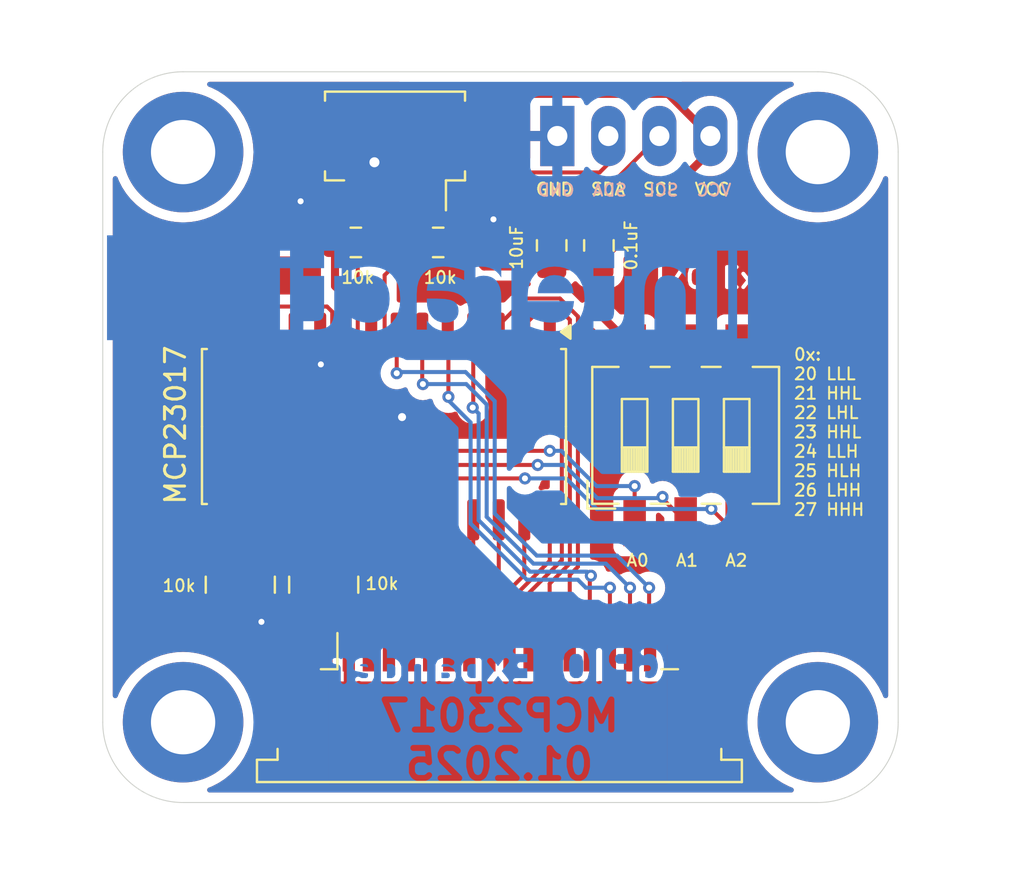
<source format=kicad_pcb>
(kicad_pcb (version 20240108) (generator "pcbnew") (generator_version "8.0")
  (layers (0 "F.Cu" signal) (31 "B.Cu" signal) (34 "B.Paste" user) (35 "F.Paste" user) (36 "B.SilkS" user "B.Silkscreen") (37 "F.SilkS" user "F.Silkscreen") (38 "B.Mask" user) (39 "F.Mask" user) (44 "Edge.Cuts" user))
  (net 0 "")
  (net 1 "VCC")
  (net 2 "GND")
  (net 7 "SW2")
  (net 8 "SW13")
  (net 9 "SW8")
  (net 10 "SW11")
  (net 11 "SW7")
  (net 12 "SW5")
  (net 13 "SW9")
  (net 14 "SW4")
  (net 15 "SW10")
  (net 16 "SW14")
  (net 17 "SW3")
  (net 18 "SW15")
  (net 19 "SW1")
  (net 20 "SW12")
  (net 21 "SW6")
  (net 22 "SDA")
  (net 23 "SCL")
  (net 27 "Net-(RN1-R3.1)")
  (net 28 "Net-(RN1-R2.1)")
  (net 30 "Net-(RN2-R1.2)")
  (net 31 "Net-(RN2-R3.2)")
  (net 32 "Net-(RN2-R2.2)")
  (net 35 "Net-(RN1-R4.1)")
  (footprint "Connector_PinHeader_2.54mm:PinHeader_1x04_P2.54mm_Vertical" (layer "F.Cu") (at 102.365001 69.074998 -90)
    (property "Reference" "J3" (hide yes))
    (property "Value" "PINHD_1x4_Male")
    (pad "1" thru_hole oval (at 0 0 270) (size 3 1.7) (drill 1) (layers "*.Cu" "*.Mask") (net 1 "VCC"))
    (pad "2" thru_hole oval (at -0.000002 2.540004 270) (size 3 1.7) (drill 1) (layers "*.Cu" "*.Mask") (net 23 "SCL"))
    (pad "3" thru_hole oval (at 0 5.08 270) (size 3 1.7) (drill 1) (layers "*.Cu" "*.Mask") (net 22 "SDA"))
    (pad "4" thru_hole rect (at 0 7.62 270) (size 3 1.7) (drill 1) (layers "*.Cu" "*.Mask") (net 2 "GND"))
  )
  (footprint "Capacitor_SMD:C_0805_2012Metric_Pad1.18x1.45mm_HandSolder" (layer "F.Cu") (at 94.465001 74.524998 90)
    (property "Reference" "10uF" (at -0.1 -1.75 -90) (layer "F.SilkS") (effects (font (size 0.6 0.6) (thickness 0.1) (bold yes))))
    (property "Value" "10uF" (hide yes))
    (fp_line (start -0.261251 -0.734999) (end 0.261251 -0.734999) (stroke (width 0.12)) (layer "F.SilkS"))
    (fp_line (start -0.261251 0.734999) (end 0.261251 0.734999) (stroke (width 0.12)) (layer "F.SilkS"))
    (pad "1" smd roundrect (at -1.0375 0 90) (size 1.175 1.45) (layers "F.Cu" "F.Paste" "F.Mask") (roundrect_rratio 0.212766) (net 1 "VCC"))
    (pad "2" smd roundrect (at 1.0375 0 90) (size 1.175 1.45) (layers "F.Cu" "F.Paste" "F.Mask") (roundrect_rratio 0.212766) (net 2 "GND"))
  )
  (footprint "PCM_SL_Mechanical:MountingHole_3.2mm_Pad" (layer "F.Cu") (at 107.715 69.874997 90)
    (property "Reference" "H4" (hide yes))
    (property "Value" "MountingHole_M3_3.2mm_Pad" (hide yes))
    (pad "1" thru_hole circle (at 0 0 90) (size 6 6) (drill 3.2) (layers "*.Cu" "*.Mask"))
  )
  (footprint "Package_SO:SOIC-28W_7.5x17.9mm_P1.27mm" (layer "F.Cu") (at 86.115001 83.545 -90)
    (property "Reference" "MCP23017" (at -0.081 10.381001 90) (layer "F.SilkS"))
    (property "Value" "MCP23017_SO")
    (fp_line (start -3.86 9.06) (end -3.86 8.814998) (stroke (width 0.12)) (layer "F.SilkS"))
    (fp_line (start 0 9.06) (end -3.86 9.06) (stroke (width 0.12)) (layer "F.SilkS"))
    (fp_line (start 0 9.06) (end 3.86 9.06) (stroke (width 0.12)) (layer "F.SilkS"))
    (fp_line (start 3.86 9.06) (end 3.86 8.815) (stroke (width 0.12)) (layer "F.SilkS"))
    (fp_line (start -3.86 -9.06) (end -3.86 -8.815) (stroke (width 0.12)) (layer "F.SilkS"))
    (fp_line (start 0 -9.06) (end -3.86 -9.06) (stroke (width 0.12)) (layer "F.SilkS"))
    (fp_line (start 0 -9.06) (end 3.86 -9.06) (stroke (width 0.12)) (layer "F.SilkS"))
    (fp_line (start 3.86 -9.06) (end 3.86 -8.814998) (stroke (width 0.12)) (layer "F.SilkS"))
    (fp_poly (pts (xy -4.712498 -8.814998) (xy -5.0525 -9.285002) (xy -4.372501 -9.285001) (xy -4.712498 -8.814998)) (stroke (width 0.12)) (fill solid) (layer "F.SilkS"))
    (pad "1" smd roundrect (at -4.650001 -8.255003 270) (size 2.05 0.6) (layers "F.Cu" "F.Paste" "F.Mask") (net 13 "SW9"))
    (pad "2" smd roundrect (at -4.65 -6.985 270) (size 2.05 0.6) (layers "F.Cu" "F.Paste" "F.Mask") (net 15 "SW10"))
    (pad "3" smd roundrect (at -4.649998 -5.715002 270) (size 2.05 0.6) (layers "F.Cu" "F.Paste" "F.Mask") (net 10 "SW11"))
    (pad "4" smd roundrect (at -4.65 -4.445 270) (size 2.05 0.6) (layers "F.Cu" "F.Paste" "F.Mask") (net 20 "SW12"))
    (pad "5" smd roundrect (at -4.65 -3.175 270) (size 2.05 0.6) (layers "F.Cu" "F.Paste" "F.Mask") (net 8 "SW13"))
    (pad "6" smd roundrect (at -4.65 -1.905 270) (size 2.05 0.6) (layers "F.Cu" "F.Paste" "F.Mask") (net 16 "SW14"))
    (pad "7" smd roundrect (at -4.65 -0.635 270) (size 2.05 0.6) (layers "F.Cu" "F.Paste" "F.Mask") (net 18 "SW15"))
    (pad "8" smd roundrect (at -4.65 0.635 270) (size 2.05 0.6) (layers "F.Cu" "F.Paste" "F.Mask"))
    (pad "9" smd roundrect (at -4.649999 1.905001 270) (size 2.05 0.6) (layers "F.Cu" "F.Paste" "F.Mask") (net 1 "VCC"))
    (pad "10" smd roundrect (at -4.650001 3.175 270) (size 2.05 0.6) (layers "F.Cu" "F.Paste" "F.Mask") (net 2 "GND"))
    (pad "11" smd roundrect (at -4.65 4.445 270) (size 2.05 0.6) (layers "F.Cu" "F.Paste" "F.Mask"))
    (pad "12" smd roundrect (at -4.65 5.715 270) (size 2.05 0.6) (layers "F.Cu" "F.Paste" "F.Mask") (net 23 "SCL"))
    (pad "13" smd roundrect (at -4.65 6.985 270) (size 2.05 0.6) (layers "F.Cu" "F.Paste" "F.Mask") (net 22 "SDA"))
    (pad "14" smd roundrect (at -4.649997 8.254998 270) (size 2.05 0.6) (layers "F.Cu" "F.Paste" "F.Mask"))
    (pad "15" smd roundrect (at 4.650001 8.255003 270) (size 2.05 0.6) (layers "F.Cu" "F.Paste" "F.Mask") (net 30 "Net-(RN2-R1.2)"))
    (pad "16" smd roundrect (at 4.65 6.985 270) (size 2.05 0.6) (layers "F.Cu" "F.Paste" "F.Mask") (net 32 "Net-(RN2-R2.2)"))
    (pad "17" smd roundrect (at 4.649998 5.715002 270) (size 2.05 0.6) (layers "F.Cu" "F.Paste" "F.Mask") (net 31 "Net-(RN2-R3.2)"))
    (pad "18" smd roundrect (at 4.65 4.445 270) (size 2.05 0.6) (layers "F.Cu" "F.Paste" "F.Mask") (net 35 "Net-(RN1-R4.1)"))
    (pad "19" smd roundrect (at 4.65 3.175 270) (size 2.05 0.6) (layers "F.Cu" "F.Paste" "F.Mask") (net 28 "Net-(RN1-R2.1)"))
    (pad "20" smd roundrect (at 4.65 1.905 270) (size 2.05 0.6) (layers "F.Cu" "F.Paste" "F.Mask") (net 27 "Net-(RN1-R3.1)"))
    (pad "21" smd roundrect (at 4.65 0.635 270) (size 2.05 0.6) (layers "F.Cu" "F.Paste" "F.Mask") (net 19 "SW1"))
    (pad "22" smd roundrect (at 4.65 -0.635 270) (size 2.05 0.6) (layers "F.Cu" "F.Paste" "F.Mask") (net 7 "SW2"))
    (pad "23" smd roundrect (at 4.649999 -1.905001 270) (size 2.05 0.6) (layers "F.Cu" "F.Paste" "F.Mask") (net 17 "SW3"))
    (pad "24" smd roundrect (at 4.650001 -3.175 270) (size 2.05 0.6) (layers "F.Cu" "F.Paste" "F.Mask") (net 14 "SW4"))
    (pad "25" smd roundrect (at 4.65 -4.445 270) (size 2.05 0.6) (layers "F.Cu" "F.Paste" "F.Mask") (net 12 "SW5"))
    (pad "26" smd roundrect (at 4.65 -5.715 270) (size 2.05 0.6) (layers "F.Cu" "F.Paste" "F.Mask") (net 21 "SW6"))
    (pad "27" smd roundrect (at 4.65 -6.985 270) (size 2.05 0.6) (layers "F.Cu" "F.Paste" "F.Mask") (net 11 "SW7"))
    (pad "28" smd roundrect (at 4.649997 -8.254998 270) (size 2.05 0.6) (layers "F.Cu" "F.Paste" "F.Mask") (net 9 "SW8"))
  )
  (footprint "PCM_SL_Mechanical:MountingHole_3.2mm_Pad" (layer "F.Cu") (at 107.715 98.275 90)
    (property "Reference" "H2" (hide yes))
    (property "Value" "MountingHole_M3_3.2mm_Pad" (hide yes))
    (pad "1" thru_hole circle (at 0 0 90) (size 6 6) (drill 3.2) (layers "*.Cu" "*.Mask"))
  )
  (footprint "Button Switch SMD:SW_DIP_SPSTx03_Slide_6.7x9.18mm_W8.61mm_P2.54mm_LowProfile" (layer "F.Cu") (at 101.134 83.985 90)
    (property "Reference" "SW2" (hide yes))
    (property "Value" "SW_DIP_x03" (hide yes))
    (fp_line (start -3.649998 -4.89) (end -2.266999 -4.889999) (stroke (width 0.12)) (layer "F.SilkS"))
    (fp_line (start -3.649998 -4.89) (end -3.649999 -3.507) (stroke (width 0.12)) (layer "F.SilkS"))
    (fp_line (start 3.41 -4.65) (end 3.41 -3.340001) (stroke (width 0.12)) (layer "F.SilkS"))
    (fp_line (start -3.41 -4.65) (end 3.41 -4.65) (stroke (width 0.12)) (layer "F.SilkS"))
    (fp_line (start -3.41 -4.65) (end -3.41 -3.340001) (stroke (width 0.12)) (layer "F.SilkS"))
    (fp_line (start 1.81 -3.175) (end -1.809999 -3.174999) (stroke (width 0.12)) (layer "F.SilkS"))
    (fp_line (start -0.603332 -3.174999) (end -0.603331 -1.905001) (stroke (width 0.12)) (layer "F.SilkS"))
    (fp_line (start -1.809999 -3.174999) (end -1.81 -1.905002) (stroke (width 0.12)) (layer "F.SilkS"))
    (fp_line (start -1.81 -3.055) (end -0.603333 -3.054999) (stroke (width 0.12)) (layer "F.SilkS"))
    (fp_line (start -1.809999 -2.935) (end -0.603333 -2.935001) (stroke (width 0.12)) (layer "F.SilkS"))
    (fp_line (start -1.809999 -2.815001) (end -0.603333 -2.815) (stroke (width 0.12)) (layer "F.SilkS"))
    (fp_line (start -1.810001 -2.695002) (end -0.603332 -2.694999) (stroke (width 0.12)) (layer "F.SilkS"))
    (fp_line (start -1.81 -2.575) (end -0.603333 -2.575) (stroke (width 0.12)) (layer "F.SilkS"))
    (fp_line (start -1.810002 -2.455) (end -0.603333 -2.455) (stroke (width 0.12)) (layer "F.SilkS"))
    (fp_line (start -1.81 -2.335) (end -0.603333 -2.335) (stroke (width 0.12)) (layer "F.SilkS"))
    (fp_line (start -1.81 -2.215) (end -0.603334 -2.215) (stroke (width 0.12)) (layer "F.SilkS"))
    (fp_line (start -1.81 -2.095) (end -0.603333 -2.095) (stroke (width 0.12)) (layer "F.SilkS"))
    (fp_line (start -1.810001 -1.975) (end -0.603335 -1.975) (stroke (width 0.12)) (layer "F.SilkS"))
    (fp_line (start -1.81 -1.905002) (end 1.81 -1.905) (stroke (width 0.12)) (layer "F.SilkS"))
    (fp_line (start 1.81 -1.905) (end 1.81 -3.175) (stroke (width 0.12)) (layer "F.SilkS"))
    (fp_line (start 3.410002 -1.74) (end 3.410001 -0.8) (stroke (width 0.12)) (layer "F.SilkS"))
    (fp_line (start -3.409999 -1.739999) (end -3.409999 -0.8) (stroke (width 0.12)) (layer "F.SilkS"))
    (fp_line (start 1.81 -0.635) (end -1.81 -0.635) (stroke (width 0.12)) (layer "F.SilkS"))
    (fp_line (start -0.603333 -0.635) (end -0.603333 0.635) (stroke (width 0.12)) (layer "F.SilkS"))
    (fp_line (start -1.81 -0.635) (end -1.81 0.635) (stroke (width 0.12)) (layer "F.SilkS"))
    (fp_line (start -1.810001 -0.515001) (end -0.603334 -0.515001) (stroke (width 0.12)) (layer "F.SilkS"))
    (fp_line (start -1.81 -0.395) (end -0.603331 -0.394997) (stroke (width 0.12)) (layer "F.SilkS"))
    (fp_line (start -1.81 -0.275) (end -0.603332 -0.275) (stroke (width 0.12)) (layer "F.SilkS"))
    (fp_line (start -1.81 -0.155) (end -0.603334 -0.155) (stroke (width 0.12)) (layer "F.SilkS"))
    (fp_line (start -1.809999 -0.035) (end -0.603335 -0.035) (stroke (width 0.12)) (layer "F.SilkS"))
    (fp_line (start -1.81 0.085) (end -0.603334 0.085) (stroke (width 0.12)) (layer "F.SilkS"))
    (fp_line (start -1.809999 0.205002) (end -0.603333 0.205) (stroke (width 0.12)) (layer "F.SilkS"))
    (fp_line (start -1.809999 0.324998) (end -0.603333 0.325) (stroke (width 0.12)) (layer "F.SilkS"))
    (fp_line (start -1.81 0.444998) (end -0.603333 0.445) (stroke (width 0.12)) (layer "F.SilkS"))
    (fp_line (start -1.810002 0.564999) (end -0.603334 0.564997) (stroke (width 0.12)) (layer "F.SilkS"))
    (fp_line (start 1.81 0.635) (end 1.81 -0.635) (stroke (width 0.12)) (layer "F.SilkS"))
    (fp_line (start -1.81 0.635) (end 1.81 0.635) (stroke (width 0.12)) (layer "F.SilkS"))
    (fp_line (start 3.409999 0.8) (end 3.409999 1.739999) (stroke (width 0.12)) (layer "F.SilkS"))
    (fp_line (start -3.410001 0.8) (end -3.410002 1.74) (stroke (width 0.12)) (layer "F.SilkS"))
    (fp_line (start -0.603334 1.905) (end -0.603331 3.175) (stroke (width 0.12)) (layer "F.SilkS"))
    (fp_line (start -1.81 1.905) (end -1.81 3.175) (stroke (width 0.12)) (layer "F.SilkS"))
    (fp_line (start 1.81 1.905002) (end -1.81 1.905) (stroke (width 0.12)) (layer "F.SilkS"))
    (fp_line (start -1.809999 2.024999) (end -0.603332 2.025001) (stroke (width 0.12)) (layer "F.SilkS"))
    (fp_line (start -1.809999 2.145001) (end -0.603333 2.145) (stroke (width 0.12)) (layer "F.SilkS"))
    (fp_line (start -1.81 2.264999) (end -0.603333 2.265) (stroke (width 0.12)) (layer "F.SilkS"))
    (fp_line (start -1.810001 2.384999) (end -0.603332 2.385) (stroke (width 0.12)) (layer "F.SilkS"))
    (fp_line (start -1.810001 2.504999) (end -0.603334 2.505) (stroke (width 0.12)) (layer "F.SilkS"))
    (fp_line (start -1.81 2.625) (end -0.603333 2.625) (stroke (width 0.12)) (layer "F.SilkS"))
    (fp_line (start -1.809998 2.745001) (end -0.603335 2.745) (stroke (width 0.12)) (layer "F.SilkS"))
    (fp_line (start -1.81 2.865) (end -0.603335 2.865) (stroke (width 0.12)) (layer "F.SilkS"))
    (fp_line (start -1.81 2.984998) (end -0.603334 2.985001) (stroke (width 0.12)) (layer "F.SilkS"))
    (fp_line (start -1.81 3.105) (end -0.603333 3.105) (stroke (width 0.12)) (layer "F.SilkS"))
    (fp_line (start 1.809999 3.174999) (end 1.81 1.905002) (stroke (width 0.12)) (layer "F.SilkS"))
    (fp_line (start -1.81 3.175) (end 1.809999 3.174999) (stroke (width 0.12)) (layer "F.SilkS"))
    (fp_line (start 3.41 3.340001) (end 3.41 4.65) (stroke (width 0.12)) (layer "F.SilkS"))
    (fp_line (start -3.41 3.340001) (end -3.41 4.65) (stroke (width 0.12)) (layer "F.SilkS"))
    (fp_line (start -3.41 4.65) (end 3.41 4.65) (stroke (width 0.12)) (layer "F.SilkS"))
    (pad "1" smd rect (at -4.305 -2.54 90) (size 2.44 1.12) (layers "F.Cu" "F.Paste" "F.Mask") (net 30 "Net-(RN2-R1.2)"))
    (pad "2" smd rect (at -4.305 0 90) (size 2.44 1.12) (layers "F.Cu" "F.Paste" "F.Mask") (net 32 "Net-(RN2-R2.2)"))
    (pad "3" smd rect (at -4.305 2.54 90) (size 2.44 1.12) (layers "F.Cu" "F.Paste" "F.Mask") (net 31 "Net-(RN2-R3.2)"))
    (pad "4" smd rect (at 4.305 2.54 90) (size 2.44 1.12) (layers "F.Cu" "F.Paste" "F.Mask") (net 1 "VCC"))
    (pad "5" smd rect (at 4.305 0 90) (size 2.44 1.12) (layers "F.Cu" "F.Paste" "F.Mask") (net 1 "VCC"))
    (pad "6" smd rect (at 4.305 -2.54 90) (size 2.44 1.12) (layers "F.Cu" "F.Paste" "F.Mask") (net 1 "VCC"))
  )
  (footprint "PCM_SL_Mechanical:MountingHole_3.2mm_Pad" (layer "F.Cu") (at 76.115 98.275 90)
    (property "Reference" "H1" (hide yes))
    (property "Value" "MountingHole_M3_3.2mm_Pad" (hide yes))
    (pad "1" thru_hole circle (at 0 0 90) (size 6 6) (drill 3.2) (layers "*.Cu" "*.Mask"))
  )
  (footprint "PCM_SL_Mechanical:MountingHole_3.2mm_Pad" (layer "F.Cu") (at 76.114999 69.874998 90)
    (property "Reference" "H3" (hide yes))
    (property "Value" "MountingHole_M3_3.2mm_Pad" (hide yes))
    (pad "1" thru_hole circle (at 0 0 90) (size 6 6) (drill 3.2) (layers "*.Cu" "*.Mask"))
  )
  (footprint "Resistor_SMD:R_Array_Concave_4x0603" (layer "F.Cu") (at 83.114999 91.425001 -90)
    (property "Reference" "10k" (at -0.050003 -2.9 180) (layer "F.SilkS") (effects (font (size 0.6 0.6) (thickness 0.1) (bold yes))))
    (property "Value" "R_Pack04")
    (fp_line (start 0.4 1.719998) (end -0.399999 1.719998) (stroke (width 0.12)) (layer "F.SilkS"))
    (fp_line (start 0.399999 -1.719998) (end -0.4 -1.719998) (stroke (width 0.12)) (layer "F.SilkS"))
    (pad "1" smd rect (at -0.849998 -1.200001 270) (size 0.9 0.4) (layers "F.Cu" "F.Paste" "F.Mask"))
    (pad "2" smd rect (at -0.850003 -0.400001 270) (size 0.9 0.4) (layers "F.Cu" "F.Paste" "F.Mask") (net 28 "Net-(RN1-R2.1)"))
    (pad "3" smd rect (at -0.85 0.400001 270) (size 0.9 0.4) (layers "F.Cu" "F.Paste" "F.Mask") (net 27 "Net-(RN1-R3.1)"))
    (pad "4" smd rect (at -0.849997 1.2 270) (size 0.9 0.4) (layers "F.Cu" "F.Paste" "F.Mask") (net 35 "Net-(RN1-R4.1)"))
    (pad "5" smd rect (at 0.849998 1.200001 270) (size 0.9 0.4) (layers "F.Cu" "F.Paste" "F.Mask") (net 1 "VCC"))
    (pad "6" smd rect (at 0.850003 0.400001 270) (size 0.9 0.4) (layers "F.Cu" "F.Paste" "F.Mask") (net 1 "VCC"))
    (pad "7" smd rect (at 0.85 -0.400001 270) (size 0.9 0.4) (layers "F.Cu" "F.Paste" "F.Mask") (net 1 "VCC"))
    (pad "8" smd rect (at 0.849997 -1.2 270) (size 0.9 0.4) (layers "F.Cu" "F.Paste" "F.Mask"))
  )
  (footprint "Connector_Molex:Molex_PicoBlade_53261-0471_1x04-1MP_P1.25mm_Horizontal" (layer "F.Cu") (at 86.665001 69.574998 180)
    (property "Reference" "J2" (hide yes))
    (property "Value" "PINHD_1x4_Male" (hide yes))
    (fp_line (start 3.485001 -1.26) (end 3.485 -1.71) (stroke (width 0.12)) (layer "F.SilkS"))
    (fp_line (start 3.485 2.71) (end 3.485001 2.26) (stroke (width 0.12)) (layer "F.SilkS"))
    (fp_line (start 3.485 -1.71) (end 2.535 -1.709999) (stroke (width 0.12)) (layer "F.SilkS"))
    (fp_line (start -2.535001 -1.71) (end -2.535 -3.2) (stroke (width 0.12)) (layer "F.SilkS"))
    (fp_line (start -3.485 2.260001) (end -3.485001 2.710001) (stroke (width 0.12)) (layer "F.SilkS"))
    (fp_line (start -3.485 -1.26) (end -3.485 -1.71) (stroke (width 0.12)) (layer "F.SilkS"))
    (fp_line (start -3.485 -1.71) (end -2.535001 -1.71) (stroke (width 0.12)) (layer "F.SilkS"))
    (fp_line (start -3.485001 2.710001) (end 3.485 2.71) (stroke (width 0.12)) (layer "F.SilkS"))
    (pad "1" smd roundrect (at -1.875001 -2.4 180) (size 0.8 1.6) (layers "F.Cu" "F.Paste" "F.Mask") (net 1 "VCC"))
    (pad "2" smd roundrect (at -0.624999 -2.4 180) (size 0.8 1.6) (layers "F.Cu" "F.Paste" "F.Mask") (net 23 "SCL"))
    (pad "3" smd roundrect (at 0.625001 -2.399999 180) (size 0.8 1.6) (layers "F.Cu" "F.Paste" "F.Mask") (net 22 "SDA"))
    (pad "4" smd roundrect (at 1.874999 -2.400001 180) (size 0.8 1.6) (layers "F.Cu" "F.Paste" "F.Mask") (net 2 "GND"))
    (pad "MP" smd roundrect (at -4.425 0.5 180) (size 2.1 3) (layers "F.Cu" "F.Paste" "F.Mask") (roundrect_rratio 0.119048))
    (pad "MP" smd roundrect (at 4.425 0.500001 180) (size 2.1 3) (layers "F.Cu" "F.Paste" "F.Mask") (roundrect_rratio 0.119048))
  )
  (footprint "Resistor_SMD:R_Array_Concave_4x0603" (layer "F.Cu") (at 78.962999 91.425001 90)
    (property "Reference" "10k" (at -0.049997 -3.048 0) (layer "F.SilkS") (effects (font (size 0.6 0.6) (thickness 0.1) (bold yes))))
    (property "Value" "R_Pack04")
    (fp_line (start 0.4 -1.72) (end -0.4 -1.72) (stroke (width 0.12)) (layer "F.SilkS"))
    (fp_line (start 0.4 1.72) (end -0.4 1.72) (stroke (width 0.12)) (layer "F.SilkS"))
    (pad "1" smd rect (at -0.849998 -1.199999 90) (size 0.9 0.4) (layers "F.Cu" "F.Paste" "F.Mask") (net 2 "GND"))
    (pad "2" smd rect (at -0.850003 -0.400001 90) (size 0.9 0.4) (layers "F.Cu" "F.Paste" "F.Mask") (net 2 "GND"))
    (pad "3" smd rect (at -0.85 0.400001 90) (size 0.9 0.4) (layers "F.Cu" "F.Paste" "F.Mask") (net 2 "GND"))
    (pad "4" smd rect (at -0.849999 1.200002 90) (size 0.9 0.4) (layers "F.Cu" "F.Paste" "F.Mask"))
    (pad "5" smd rect (at 0.849998 1.199999 90) (size 0.9 0.4) (layers "F.Cu" "F.Paste" "F.Mask"))
    (pad "6" smd rect (at 0.850003 0.400001 90) (size 0.9 0.4) (layers "F.Cu" "F.Paste" "F.Mask") (net 31 "Net-(RN2-R3.2)"))
    (pad "7" smd rect (at 0.85 -0.400001 90) (size 0.9 0.4) (layers "F.Cu" "F.Paste" "F.Mask") (net 32 "Net-(RN2-R2.2)"))
    (pad "8" smd rect (at 0.849999 -1.200002 90) (size 0.9 0.4) (layers "F.Cu" "F.Paste" "F.Mask") (net 30 "Net-(RN2-R1.2)"))
  )
  (footprint "Capacitor_SMD:C_0805_2012Metric_Pad1.18x1.45mm_HandSolder" (layer "F.Cu") (at 96.815001 74.524998 90)
    (property "Reference" "0.1uF" (at 0 1.6 -90) (layer "F.SilkS") (effects (font (size 0.6 0.6) (thickness 0.1) (bold yes))))
    (property "Value" "0.1uF" (hide yes))
    (fp_line (start -0.261251 -0.734999) (end 0.261251 -0.734999) (stroke (width 0.12)) (layer "F.SilkS"))
    (fp_line (start -0.261251 0.734999) (end 0.261251 0.734999) (stroke (width 0.12)) (layer "F.SilkS"))
    (pad "1" smd roundrect (at -1.0375 0 90) (size 1.175 1.45) (layers "F.Cu" "F.Paste" "F.Mask") (roundrect_rratio 0.212766) (net 1 "VCC"))
    (pad "2" smd roundrect (at 1.0375 0 90) (size 1.175 1.45) (layers "F.Cu" "F.Paste" "F.Mask") (roundrect_rratio 0.212766) (net 2 "GND"))
  )
  (footprint "Capacitor_SMD:C_0805_2012Metric_Pad1.18x1.45mm_HandSolder" (layer "F.Cu") (at 84.715001 74.374998 180)
    (property "Reference" "10k" (at -0.1 -1.75 180) (layer "F.SilkS") (effects (font (size 0.6 0.6) (thickness 0.1) (bold yes))))
    (property "Value" "10k")
    (fp_line (start -0.261249 0.735) (end 0.261252 0.735) (stroke (width 0.12)) (layer "F.SilkS"))
    (fp_line (start -0.261252 -0.735) (end 0.261249 -0.735) (stroke (width 0.12)) (layer "F.SilkS"))
    (pad "1" smd roundrect (at -1.0375 0 180) (size 1.175 1.45) (layers "F.Cu" "F.Paste" "F.Mask") (roundrect_rratio 0.212766) (net 22 "SDA"))
    (pad "2" smd roundrect (at 1.0375 0 180) (size 1.175 1.45) (layers "F.Cu" "F.Paste" "F.Mask") (roundrect_rratio 0.212766) (net 1 "VCC"))
  )
  (footprint "Capacitor_SMD:C_0805_2012Metric_Pad1.18x1.45mm_HandSolder" (layer "F.Cu") (at 88.815001 74.374998)
    (property "Reference" "10k" (at 0.1 1.75 0) (layer "F.SilkS") (effects (font (size 0.6 0.6) (thickness 0.1))))
    (property "Value" "10k")
    (fp_line (start -0.261252 -0.735) (end 0.261251 -0.734999) (stroke (width 0.12)) (layer "F.SilkS"))
    (fp_line (start -0.261251 0.734999) (end 0.261252 0.735) (stroke (width 0.12)) (layer "F.SilkS"))
    (pad "1" smd roundrect (at -1.0375 0) (size 1.175 1.45) (layers "F.Cu" "F.Paste" "F.Mask") (roundrect_rratio 0.212766) (net 23 "SCL"))
    (pad "2" smd roundrect (at 1.0375 0) (size 1.175 1.45) (layers "F.Cu" "F.Paste" "F.Mask") (roundrect_rratio 0.212766) (net 1 "VCC"))
  )
  (footprint "Connector_FFC-FPC:TE_1-84952-6_1x16-1MP_P1.0mm_Horizontal" (layer "F.Cu") (at 91.863 96.545)
    (property "Reference" "J1" (hide yes))
    (property "Value" "PINHD_1x16_Male" (hide yes))
    (fp_line (start -12.07 3.600002) (end -11.044998 3.599998) (stroke (width 0.12)) (layer "F.SilkS"))
    (fp_line (start -12.069999 4.710001) (end -12.07 3.600002) (stroke (width 0.12)) (layer "F.SilkS"))
    (fp_line (start -11.044998 3.599998) (end -11.044998 3.06) (stroke (width 0.12)) (layer "F.SilkS"))
    (fp_line (start -8.889999 -0.910001) (end -8.065 -0.91) (stroke (width 0.12)) (layer "F.SilkS"))
    (fp_line (start -8.065 -0.91) (end -8.064999 -2.710002) (stroke (width 0.12)) (layer "F.SilkS"))
    (fp_line (start 8.065 -0.910002) (end 8.890001 -0.910002) (stroke (width 0.12)) (layer "F.SilkS"))
    (fp_line (start 11.044999 3.599997) (end 12.070002 3.599999) (stroke (width 0.12)) (layer "F.SilkS"))
    (fp_line (start 11.045 3.060003) (end 11.044999 3.599997) (stroke (width 0.12)) (layer "F.SilkS"))
    (fp_line (start 12.069997 4.709997) (end -12.069999 4.710001) (stroke (width 0.12)) (layer "F.SilkS"))
    (fp_line (start 12.070002 3.599999) (end 12.069997 4.709997) (stroke (width 0.12)) (layer "F.SilkS"))
    (pad "1" smd rect (at -7.500001 -1.800001) (size 0.61 2) (layers "F.Cu" "F.Paste" "F.Mask") (net 2 "GND"))
    (pad "2" smd rect (at -6.499997 -1.799999) (size 0.61 2) (layers "F.Cu" "F.Paste" "F.Mask") (net 19 "SW1"))
    (pad "3" smd rect (at -5.5 -1.799999) (size 0.61 2) (layers "F.Cu" "F.Paste" "F.Mask") (net 7 "SW2"))
    (pad "4" smd rect (at -4.499999 -1.8) (size 0.61 2) (layers "F.Cu" "F.Paste" "F.Mask") (net 17 "SW3"))
    (pad "5" smd rect (at -3.499999 -1.799999) (size 0.61 2) (layers "F.Cu" "F.Paste" "F.Mask") (net 14 "SW4"))
    (pad "6" smd rect (at -2.499999 -1.800002) (size 0.61 2) (layers "F.Cu" "F.Paste" "F.Mask") (net 12 "SW5"))
    (pad "7" smd rect (at -1.500001 -1.799999) (size 0.61 2) (layers "F.Cu" "F.Paste" "F.Mask") (net 21 "SW6"))
    (pad "8" smd rect (at -0.5 -1.8) (size 0.61 2) (layers "F.Cu" "F.Paste" "F.Mask") (net 11 "SW7"))
    (pad "9" smd rect (at 0.5 -1.8) (size 0.61 2) (layers "F.Cu" "F.Paste" "F.Mask") (net 9 "SW8"))
    (pad "10" smd rect (at 1.5 -1.799998) (size 0.61 2) (layers "F.Cu" "F.Paste" "F.Mask") (net 13 "SW9"))
    (pad "11" smd rect (at 2.5 -1.800002) (size 0.61 2) (layers "F.Cu" "F.Paste" "F.Mask") (net 15 "SW10"))
    (pad "12" smd rect (at 3.500001 -1.799997) (size 0.61 2) (layers "F.Cu" "F.Paste" "F.Mask") (net 10 "SW11"))
    (pad "13" smd rect (at 4.5 -1.8) (size 0.61 2) (layers "F.Cu" "F.Paste" "F.Mask") (net 20 "SW12"))
    (pad "14" smd rect (at 5.500001 -1.799999) (size 0.61 2) (layers "F.Cu" "F.Paste" "F.Mask") (net 8 "SW13"))
    (pad "15" smd rect (at 6.500003 -1.800003) (size 0.61 2) (layers "F.Cu" "F.Paste" "F.Mask") (net 16 "SW14"))
    (pad "16" smd rect (at 7.499999 -1.800003) (size 0.61 2) (layers "F.Cu" "F.Paste" "F.Mask") (net 18 "SW15"))
    (pad "MP" smd rect (at -10.490002 1) (size 2.68 3.6) (layers "F.Cu" "F.Paste" "F.Mask"))
    (pad "MP" smd rect (at 10.490002 0.999999) (size 2.68 3.6) (layers "F.Cu" "F.Paste" "F.Mask"))
  )
  (gr_arc (start 107.715 65.874997) (mid 110.543427 67.04657) (end 111.715 69.874997) (stroke (width 0.05)) (layer "Edge.Cuts"))
  (gr_arc (start 76.115001 102.274998) (mid 73.286574 101.103425) (end 72.115001 98.274998) (stroke (width 0.05)) (layer "Edge.Cuts"))
  (gr_line (start 107.715 65.874997) (end 76.114999 65.874998) (stroke (width 0.05)) (layer "Edge.Cuts"))
  (gr_arc (start 72.114999 69.874998) (mid 73.286572 67.046571) (end 76.114999 65.874998) (stroke (width 0.05)) (layer "Edge.Cuts"))
  (gr_line (start 111.715 98.274998) (end 111.715 69.874997) (stroke (width 0.05)) (layer "Edge.Cuts"))
  (gr_line (start 72.114999 69.874998) (end 72.115001 98.274998) (stroke (width 0.05)) (layer "Edge.Cuts"))
  (gr_arc (start 111.715 98.274998) (mid 110.543428 101.103426) (end 107.715 102.274998) (stroke (width 0.05)) (layer "Edge.Cuts"))
  (gr_line (start 76.115001 102.274998) (end 107.715 102.274998) (stroke (width 0.05)) (layer "Edge.Cuts"))
  (gr_text "I/O Expander\n" (at 109.897 76.733 0) (layer "F.Cu" knockout) (effects (font (size 1 1) (thickness 0.2) (bold yes)) (justify right bottom)))
  (gr_text "GPIO Expander\nMCP23017\n01.2025" (at 91.862999 101.254999 0) (layer "B.Cu" knockout) (effects (font (size 1.5 1.5) (thickness 0.3)) (justify bottom mirror)))
  (gr_text "Interactiles" (at 103.801 79.4 0) (layer "B.Cu" knockout) (effects (font (size 4 4)) (justify left bottom mirror)))
  (gr_text "VCC  SCL  SDA  GND\n" (at 103.465001 72.124998 0) (layer "B.SilkS") (effects (font (size 0.6 0.6) (thickness 0.1) (bold yes)) (justify left bottom mirror)))
  (gr_text "A0   A1   A2" (at 98.134 90.564998 0) (layer "F.SilkS") (effects (font (size 0.6 0.6) (thickness 0.1) (bold yes)) (justify left bottom)))
  (gr_text "GND  SDA  SCL  VCC" (at 93.615001 72.074998 0) (layer "F.SilkS") (effects (font (size 0.6 0.6) (thickness 0.1) (bold yes)) (justify left bottom)))
  (gr_text "0x:\n20 LLL\n21 HHL\n22 LHL\n23 HHL\n24 LLH\n25 HLH\n26 LHH\n27 HHH" (at 106.468 88.036 0) (layer "F.SilkS") (effects (font (size 0.6 0.6) (thickness 0.1) (bold yes)) (justify left bottom)))
  (segment (start 100.265001 66.974998) (end 87.565001 66.974998) (width 0.4) (layer "F.Cu") (net 1))
  (segment (start 88.540002 71.974998) (end 88.540002 73.012499) (width 0.4) (layer "F.Cu") (net 1))
  (segment (start 76.114999 90.274998) (end 77.265001 91.425) (width 0.4) (layer "F.Cu") (net 1))
  (segment (start 80.573034 74.374998) (end 76.114999 78.833033) (width 0.4) (layer "F.Cu") (net 1))
  (segment (start 88.540002 73.012499) (end 89.852501 74.324998) (width 0.4) (layer "F.Cu") (net 1))
  (segment (start 76.114999 78.833033) (end 76.114999 90.274998) (width 0.4) (layer "F.Cu") (net 1))
  (segment (start 83.677501 76.548501) (end 84.21 77.081) (width 0.4) (layer "F.Cu") (net 1))
  (segment (start 94.702501 75.574998) (end 94.715001 75.562498) (width 0.4) (layer "F.Cu") (net 1))
  (segment (start 96.815001 77.901001) (end 98.594 79.68) (width 0.4) (layer "F.Cu") (net 1))
  (segment (start 81.064999 91.425) (end 81.914998 92.274999) (width 0.4) (layer "F.Cu") (net 1))
  (segment (start 102.365001 69.074998) (end 100.265001 66.974998) (width 0.4) (layer "F.Cu") (net 1))
  (segment (start 77.265001 91.425) (end 81.064999 91.425) (width 0.4) (layer "F.Cu") (net 1))
  (segment (start 87.565001 66.974998) (end 83.677501 70.862498) (width 0.4) (layer "F.Cu") (net 1))
  (segment (start 96.815001 75.374998) (end 102.365001 69.824998) (width 0.4) (layer "F.Cu") (net 1))
  (segment (start 88.540002 72.899997) (end 88.540002 71.974998) (width 0.4) (layer "F.Cu") (net 1))
  (segment (start 89.852501 74.324998) (end 91.102501 75.574998) (width 0.4) (layer "F.Cu") (net 1))
  (segment (start 91.102501 75.574998) (end 94.702501 75.574998) (width 0.4) (layer "F.Cu") (net 1))
  (segment (start 83.677501 74.374998) (end 80.573034 74.374998) (width 0.4) (layer "F.Cu") (net 1))
  (segment (start 81.914998 92.274999) (end 83.514998 92.274999) (width 0.4) (layer "F.Cu") (net 1))
  (segment (start 96.815001 75.562498) (end 96.815001 77.901001) (width 0.4) (layer "F.Cu") (net 1))
  (segment (start 83.514998 92.274999) (end 83.515 92.275001) (width 0.4) (layer "F.Cu") (net 1))
  (segment (start 83.677501 74.374998) (end 83.677501 76.548501) (width 0.4) (layer "F.Cu") (net 1))
  (segment (start 94.715001 75.562498) (end 96.815001 75.562498) (width 0.4) (layer "F.Cu") (net 1))
  (segment (start 83.677501 70.862498) (end 83.677501 74.374998) (width 0.4) (layer "F.Cu") (net 1))
  (segment (start 98.594 79.68) (end 103.674 79.68) (width 0.4) (layer "F.Cu") (net 1))
  (segment (start 102.365001 69.824998) (end 102.365001 69.074998) (width 0.4) (layer "F.Cu") (net 1))
  (segment (start 84.21 77.081) (end 84.21 78.895001) (width 0.4) (layer "F.Cu") (net 1))
  (segment (start 96.815001 75.562498) (end 96.815001 75.374998) (width 0.4) (layer "F.Cu") (net 1))
  (segment (start 84.790002 71.232998) (end 84.790002 71.974999) (width 0.6) (layer "F.Cu") (net 2))
  (segment (start 82.973 80.451) (end 82.940001 80.418001) (width 0.2) (layer "F.Cu") (net 2))
  (segment (start 85.64 70.383) (end 84.790002 71.232998) (width 0.6) (layer "F.Cu") (net 2))
  (segment (start 82.940001 80.418001) (end 82.940001 78.894999) (width 0.2) (layer "F.Cu") (net 2))
  (segment (start 79.363 92.622999) (end 79.363 92.275001) (width 0.2) (layer "F.Cu") (net 2))
  (segment (start 80.014999 93.274998) (end 79.363 92.622999) (width 0.4) (layer "F.Cu") (net 2))
  (via (at 80.014999 93.274998) (size 0.6) (drill 0.3) (layers "F.Cu" "B.Cu") (net 2))
  (via (at 82.973 80.451) (size 0.6) (drill 0.3) (layers "F.Cu" "B.Cu") (net 2))
  (via (at 91.565001 73.224998) (size 0.6) (drill 0.3) (layers "F.Cu" "B.Cu") (net 2))
  (via (at 81.965001 72.324998) (size 0.6) (drill 0.3) (layers "F.Cu" "B.Cu") (net 2))
  (via (at 87.014999 83.074998) (size 0.8) (drill 0.4) (layers "F.Cu" "B.Cu") (net 2))
  (via (at 85.64 70.383) (size 1) (drill 0.5) (layers "F.Cu" "B.Cu") (net 2))
  (segment (start 86.363 94.745001) (end 86.363 93.282) (width 0.2) (layer "F.Cu") (net 7))
  (segment (start 86.750001 92.894999) (end 86.750001 88.195) (width 0.2) (layer "F.Cu") (net 7))
  (segment (start 86.363 93.282) (end 86.750001 92.894999) (width 0.2) (layer "F.Cu") (net 7))
  (segment (start 97.363001 91.574998) (end 97.363001 94.745001) (width 0.2) (layer "F.Cu") (net 8))
  (segment (start 89.322999 82.066998) (end 89.323 78.927999) (width 0.2) (layer "F.Cu") (net 8))
  (segment (start 89.323 78.927999) (end 89.290001 78.895) (width 0.2) (layer "F.Cu") (net 8))
  (via (at 97.363001 91.574998) (size 0.6) (drill 0.3) (layers "F.Cu" "B.Cu") (net 8))
  (via (at 89.322999 82.066998) (size 0.6) (drill 0.3) (layers "F.Cu" "B.Cu") (net 8))
  (segment (start 93.224 91.174998) (end 90.427999 88.378996) (width 0.2) (layer "B.Cu") (net 8))
  (segment (start 97.363001 91.574998) (end 96.16647 91.574998) (width 0.2) (layer "B.Cu") (net 8))
  (segment (start 95.76647 91.174998) (end 93.224 91.174998) (width 0.2) (layer "B.Cu") (net 8))
  (segment (start 90.427999 83.345057) (end 89.322999 82.240057) (width 0.2) (layer "B.Cu") (net 8))
  (segment (start 90.427999 88.378996) (end 90.427999 83.345057) (width 0.2) (layer "B.Cu") (net 8))
  (segment (start 96.16647 91.574998) (end 95.76647 91.174998) (width 0.2) (layer "B.Cu") (net 8))
  (segment (start 89.322999 82.240057) (end 89.322999 82.066998) (width 0.2) (layer "B.Cu") (net 8))
  (segment (start 94.369999 90.235058) (end 94.369999 88.194997) (width 0.2) (layer "F.Cu") (net 9))
  (segment (start 92.363 92.242057) (end 94.369999 90.235058) (width 0.2) (layer "F.Cu") (net 9))
  (segment (start 92.363 94.745) (end 92.363 92.242057) (width 0.2) (layer "F.Cu") (net 9))
  (segment (start 95.363001 94.745003) (end 95.363001 90.939113) (width 0.2) (layer "F.Cu") (net 10))
  (segment (start 91.830003 78.499446) (end 91.830003 78.895002) (width 0.2) (layer "F.Cu") (net 10))
  (segment (start 95.769999 78.063756) (end 94.876241 77.169999) (width 0.2) (layer "F.Cu") (net 10))
  (segment (start 95.769999 90.532114) (end 95.769999 78.063756) (width 0.2) (layer "F.Cu") (net 10))
  (segment (start 93.15945 77.169999) (end 91.830003 78.499446) (width 0.2) (layer "F.Cu") (net 10))
  (segment (start 95.363001 90.939113) (end 95.769999 90.532114) (width 0.2) (layer "F.Cu") (net 10))
  (segment (start 94.876241 77.169999) (end 93.15945 77.169999) (width 0.2) (layer "F.Cu") (net 10))
  (segment (start 91.363 94.745) (end 91.363 92.676371) (width 0.2) (layer "F.Cu") (net 11))
  (segment (start 91.363 92.676371) (end 93.100001 90.93937) (width 0.2) (layer "F.Cu") (net 11))
  (segment (start 93.100001 90.93937) (end 93.100001 88.195) (width 0.2) (layer "F.Cu") (net 11))
  (segment (start 90.560001 92.347998) (end 90.560001 88.195) (width 0.2) (layer "F.Cu") (net 12))
  (segment (start 89.363001 93.544998) (end 90.560001 92.347998) (width 0.2) (layer "F.Cu") (net 12))
  (segment (start 89.363001 94.744998) (end 89.363001 93.544998) (width 0.2) (layer "F.Cu") (net 12))
  (segment (start 94.969999 90.200744) (end 94.969999 79.494994) (width 0.2) (layer "F.Cu") (net 13))
  (segment (start 94.969999 79.494994) (end 94.370004 78.894999) (width 0.2) (layer "F.Cu") (net 13))
  (segment (start 93.363 91.807743) (end 94.969999 90.200744) (width 0.2) (layer "F.Cu") (net 13))
  (segment (start 93.363 94.745002) (end 93.363 91.807743) (width 0.2) (layer "F.Cu") (net 13))
  (segment (start 88.363001 94.745001) (end 88.363001 93.979312) (width 0.2) (layer "F.Cu") (net 14))
  (segment (start 89.290001 93.052312) (end 89.290001 88.195001) (width 0.2) (layer "F.Cu") (net 14))
  (segment (start 88.363001 93.979312) (end 89.290001 93.052312) (width 0.2) (layer "F.Cu") (net 14))
  (segment (start 94.710556 77.569999) (end 94.029452 77.569999) (width 0.2) (layer "F.Cu") (net 15))
  (segment (start 93.100001 78.49945) (end 93.100001 78.895) (width 0.2) (layer "F.Cu") (net 15))
  (segment (start 94.363 94.744998) (end 94.363 91.373429) (width 0.2) (layer "F.Cu") (net 15))
  (segment (start 95.369999 78.229442) (end 94.710556 77.569999) (width 0.2) (layer "F.Cu") (net 15))
  (segment (start 95.369999 90.366429) (end 95.369999 78.229442) (width 0.2) (layer "F.Cu") (net 15))
  (segment (start 94.029452 77.569999) (end 93.100001 78.49945) (width 0.2) (layer "F.Cu") (net 15))
  (segment (start 94.363 91.373429) (end 95.369999 90.366429) (width 0.2) (layer "F.Cu") (net 15))
  (segment (start 88.052999 81.431998) (end 88.020001 81.399) (width 0.2) (layer "F.Cu") (net 16))
  (segment (start 88.020001 81.399) (end 88.020001 78.895) (width 0.2) (layer "F.Cu") (net 16))
  (segment (start 98.363003 95.650001) (end 98.363003 94.744997) (width 0.2) (layer "F.Cu") (net 16))
  (segment (start 98.363003 91.574998) (end 98.363003 94.744997) (width 0.2) (layer "F.Cu") (net 16))
  (via (at 88.052999 81.431998) (size 0.6) (drill 0.3) (layers "F.Cu" "B.Cu") (net 16))
  (via (at 98.363003 91.574998) (size 0.6) (drill 0.3) (layers "F.Cu" "B.Cu") (net 16))
  (segment (start 98.363003 91.574998) (end 97.163003 90.374998) (width 0.2) (layer "B.Cu") (net 16))
  (segment (start 90.211999 81.431998) (end 88.052999 81.431998) (width 0.2) (layer "B.Cu") (net 16))
  (segment (start 97.163003 90.374998) (end 93.555371 90.374998) (width 0.2) (layer "B.Cu") (net 16))
  (segment (start 91.227999 82.447998) (end 90.211999 81.431998) (width 0.2) (layer "B.Cu") (net 16))
  (segment (start 91.227999 88.047626) (end 91.227999 82.447998) (width 0.2) (layer "B.Cu") (net 16))
  (segment (start 93.555371 90.374998) (end 91.227999 88.047626) (width 0.2) (layer "B.Cu") (net 16))
  (segment (start 88.020002 92.894998) (end 88.020002 88.194999) (width 0.2) (layer "F.Cu") (net 17))
  (segment (start 87.363001 94.745) (end 87.363001 94.349999) (width 0.2) (layer "F.Cu") (net 17))
  (segment (start 87.418 94.349999) (end 87.418 93.497) (width 0.2) (layer "F.Cu") (net 17))
  (segment (start 87.418 93.497) (end 88.020002 92.894998) (width 0.2) (layer "F.Cu") (net 17))
  (segment (start 87.363001 94.349999) (end 87.418 94.349999) (width 0.2) (layer "F.Cu") (net 17))
  (segment (start 99.314999 93.709999) (end 99.362999 93.757999) (width 0.2) (layer "F.Cu") (net 18))
  (segment (start 99.362999 93.757999) (end 99.362999 94.744997) (width 0.2) (layer "F.Cu") (net 18))
  (segment (start 86.750001 80.891001) (end 86.750001 78.895) (width 0.2) (layer "F.Cu") (net 18))
  (segment (start 99.314999 91.574998) (end 99.314999 93.709999) (width 0.2) (layer "F.Cu") (net 18))
  (via (at 86.750001 80.891001) (size 0.6) (drill 0.3) (layers "F.Cu" "B.Cu") (net 18))
  (via (at 99.314999 91.574998) (size 0.6) (drill 0.3) (layers "F.Cu" "B.Cu") (net 18))
  (segment (start 90.177684 80.831998) (end 86.809004 80.831998) (width 0.2) (layer "B.Cu") (net 18))
  (segment (start 91.627999 87.88194) (end 91.627999 82.282313) (width 0.2) (layer "B.Cu") (net 18))
  (segment (start 86.809004 80.831998) (end 86.750001 80.891001) (width 0.2) (layer "B.Cu") (net 18))
  (segment (start 97.714999 89.974998) (end 93.721057 89.974998) (width 0.2) (layer "B.Cu") (net 18))
  (segment (start 93.721057 89.974998) (end 91.627999 87.88194) (width 0.2) (layer "B.Cu") (net 18))
  (segment (start 99.314999 91.574998) (end 97.714999 89.974998) (width 0.2) (layer "B.Cu") (net 18))
  (segment (start 91.627999 82.282313) (end 90.177684 80.831998) (width 0.2) (layer "B.Cu") (net 18))
  (segment (start 85.480001 88.195) (end 85.480001 94.628003) (width 0.2) (layer "F.Cu") (net 19))
  (segment (start 85.480001 94.628003) (end 85.363003 94.745001) (width 0.2) (layer "F.Cu") (net 19))
  (segment (start 90.533235 82.601764) (end 90.560001 82.574998) (width 0.2) (layer "F.Cu") (net 20))
  (segment (start 96.363 91.026997) (end 96.363 94.745) (width 0.2) (layer "F.Cu") (net 20))
  (segment (start 90.560001 82.574998) (end 90.560001 78.895) (width 0.2) (layer "F.Cu") (net 20))
  (segment (start 96.414999 90.974998) (end 96.363 91.026997) (width 0.2) (layer "F.Cu") (net 20))
  (via (at 96.414999 90.974998) (size 0.6) (drill 0.3) (layers "F.Cu" "B.Cu") (net 20))
  (via (at 90.533235 82.601764) (size 0.6) (drill 0.3) (layers "F.Cu" "B.Cu") (net 20))
  (segment (start 90.827999 88.213311) (end 90.827999 82.896528) (width 0.2) (layer "B.Cu") (net 20))
  (segment (start 93.389686 90.774998) (end 90.827999 88.213311) (width 0.2) (layer "B.Cu") (net 20))
  (segment (start 96.414999 90.974998) (end 96.214999 90.774998) (width 0.2) (layer "B.Cu") (net 20))
  (segment (start 90.827999 82.896528) (end 90.533235 82.601764) (width 0.2) (layer "B.Cu") (net 20))
  (segment (start 96.214999 90.774998) (end 93.389686 90.774998) (width 0.2) (layer "B.Cu") (net 20))
  (segment (start 90.362999 93.110686) (end 91.830001 91.643684) (width 0.2) (layer "F.Cu") (net 21))
  (segment (start 90.362999 94.745001) (end 90.362999 93.110686) (width 0.2) (layer "F.Cu") (net 21))
  (segment (start 91.830001 91.643684) (end 91.830001 88.195) (width 0.2) (layer "F.Cu") (net 21))
  (segment (start 86.965001 70.274998) (end 86.04 71.199999) (width 0.2) (layer "F.Cu") (net 22))
  (segment (start 97.285001 69.074998) (end 97.285001 70.454998) (width 0.2) (layer "F.Cu") (net 22))
  (segment (start 85.752501 74.374998) (end 84.81 75.317499) (width 0.2) (layer "F.Cu") (net 22))
  (segment (start 84.81 75.317499) (end 84.81 79.960553) (width 0.2) (layer "F.Cu") (net 22))
  (segment (start 83.540001 79.890554) (end 83.540001 77.829447) (width 0.2) (layer "F.Cu") (net 22))
  (segment (start 79.130001 78.162999) (end 79.130001 78.895) (width 0.2) (layer "F.Cu") (net 22))
  (segment (start 83.869448 80.220001) (end 83.540001 79.890554) (width 0.2) (layer "F.Cu") (net 22))
  (segment (start 85.752501 72.262496) (end 86.04 71.974997) (width 0.2) (layer "F.Cu") (net 22))
  (segment (start 96.848999 70.891) (end 89.958 70.891) (width 0.2) (layer "F.Cu") (net 22))
  (segment (start 83.280554 77.57) (end 79.723 77.57) (width 0.2) (layer "F.Cu") (net 22))
  (segment (start 86.04 71.199999) (end 86.04 71.974997) (width 0.2) (layer "F.Cu") (net 22))
  (segment (start 79.723 77.57) (end 79.130001 78.162999) (width 0.2) (layer "F.Cu") (net 22))
  (segment (start 89.958 70.891) (end 89.341998 70.274998) (width 0.2) (layer "F.Cu") (net 22))
  (segment (start 85.752501 74.374998) (end 85.752501 72.262496) (width 0.2) (layer "F.Cu") (net 22))
  (segment (start 84.81 79.960553) (end 84.550552 80.220001) (width 0.2) (layer "F.Cu") (net 22))
  (segment (start 83.540001 77.829447) (end 83.280554 77.57) (width 0.2) (layer "F.Cu") (net 22))
  (segment (start 84.550552 80.220001) (end 83.869448 80.220001) (width 0.2) (layer "F.Cu") (net 22))
  (segment (start 89.341998 70.274998) (end 86.965001 70.274998) (width 0.2) (layer "F.Cu") (net 22))
  (segment (start 97.285001 70.454998) (end 96.848999 70.891) (width 0.2) (layer "F.Cu") (net 22))
  (segment (start 87.29 71.174998) (end 87.79 70.674998) (width 0.2) (layer "F.Cu") (net 23))
  (segment (start 89.176312 70.674998) (end 89.792314 71.291) (width 0.2) (layer "F.Cu") (net 23))
  (segment (start 87.777501 74.374998) (end 87.418 74.015497) (width 0.2) (layer "F.Cu") (net 23))
  (segment (start 89.792314 71.291) (end 97.608993 71.291) (width 0.2) (layer "F.Cu") (net 23))
  (segment (start 81.531002 81.051) (end 84.989553 81.051) (width 0.2) (layer "F.Cu") (net 23))
  (segment (start 87.418 74.015497) (end 87.418 72.102998) (width 0.2) (layer "F.Cu") (net 23))
  (segment (start 97.608993 71.291) (end 99.824997 69.074996) (width 0.2) (layer "F.Cu") (net 23))
  (segment (start 87.29 71.974998) (end 87.29 71.174998) (width 0.2) (layer "F.Cu") (net 23))
  (segment (start 87.418 72.102998) (end 87.29 71.974998) (width 0.2) (layer "F.Cu") (net 23))
  (segment (start 86.148 79.892553) (end 86.148 76.004499) (width 0.2) (layer "F.Cu") (net 23))
  (segment (start 87.79 70.674998) (end 89.176312 70.674998) (width 0.2) (layer "F.Cu") (net 23))
  (segment (start 80.400001 79.919999) (end 81.531002 81.051) (width 0.2) (layer "F.Cu") (net 23))
  (segment (start 84.989553 81.051) (end 86.148 79.892553) (width 0.2) (layer "F.Cu") (net 23))
  (segment (start 86.148 76.004499) (end 87.777501 74.374998) (width 0.2) (layer "F.Cu") (net 23))
  (segment (start 80.400001 78.895) (end 80.400001 79.919999) (width 0.2) (layer "F.Cu") (net 23))
  (segment (start 82.714998 90.575001) (end 82.714998 90.085555) (width 0.2) (layer "F.Cu") (net 27))
  (segment (start 84.210001 88.590552) (end 84.210001 88.195) (width 0.2) (layer "F.Cu") (net 27))
  (segment (start 82.714998 90.085555) (end 84.210001 88.590552) (width 0.2) (layer "F.Cu") (net 27))
  (segment (start 82.940001 87.170001) (end 82.940001 88.195) (width 0.2) (layer "F.Cu") (net 28))
  (segment (start 83.515 90.174997) (end 84.169997 89.52) (width 0.2) (layer "F.Cu") (net 28))
  (segment (start 84.810001 87.129448) (end 84.455551 86.774998) (width 0.2) (layer "F.Cu") (net 28))
  (segment (start 84.810001 89.260552) (end 84.810001 87.129448) (width 0.2) (layer "F.Cu") (net 28))
  (segment (start 84.169997 89.52) (end 84.550553 89.52) (width 0.2) (layer "F.Cu") (net 28))
  (segment (start 84.455551 86.774998) (end 83.335004 86.774998) (width 0.2) (layer "F.Cu") (net 28))
  (segment (start 83.335004 86.774998) (end 82.940001 87.170001) (width 0.2) (layer "F.Cu") (net 28))
  (segment (start 84.550553 89.52) (end 84.810001 89.260552) (width 0.2) (layer "F.Cu") (net 28))
  (segment (start 83.515 90.574998) (end 83.515 90.174997) (width 0.2) (layer "F.Cu") (net 28))
  (segment (start 94.369999 84.757508) (end 80.272492 84.757508) (width 0.2) (layer "F.Cu") (net 30))
  (segment (start 98.594 86.512) (end 98.594 88.29) (width 0.2) (layer "F.Cu") (net 30))
  (segment (start 77.762997 90.575002) (end 77.762997 88.292002) (width 0.2) (layer "F.Cu") (net 30))
  (segment (start 80.272492 84.757508) (end 77.859998 87.170002) (width 0.2) (layer "F.Cu") (net 30))
  (segment (start 77.859998 87.170002) (end 77.859998 88.195001) (width 0.2) (layer "F.Cu") (net 30))
  (segment (start 77.762997 88.292002) (end 77.859998 88.195001) (width 0.2) (layer "F.Cu") (net 30))
  (via (at 94.369999 84.757508) (size 0.6) (drill 0.3) (layers "F.Cu" "B.Cu") (net 30))
  (via (at 98.594 86.512) (size 0.6) (drill 0.3) (layers "F.Cu" "B.Cu") (net 30))
  (segment (start 98.593998 86.511998) (end 98.594 86.512) (width 0.2) (layer "B.Cu") (net 30))
  (segment (start 94.369999 84.757508) (end 94.94272 84.757508) (width 0.2) (layer "B.Cu") (net 30))
  (segment (start 94.94272 84.757508) (end 96.69721 86.511998) (width 0.2) (layer "B.Cu") (net 30))
  (segment (start 96.69721 86.511998) (end 98.593998 86.511998) (width 0.2) (layer "B.Cu") (net 30))
  (segment (start 93.132999 86.131) (end 81.438998 86.131) (width 0.2) (layer "F.Cu") (net 31))
  (segment (start 103.054999 88.29) (end 103.674 88.29) (width 0.2) (layer "F.Cu") (net 31))
  (segment (start 81.438998 86.131) (end 80.399999 87.169999) (width 0.2) (layer "F.Cu") (net 31))
  (segment (start 102.411998 87.646999) (end 103.054999 88.29) (width 0.2) (layer "F.Cu") (net 31))
  (segment (start 79.363 90.574998) (end 79.363 89.627553) (width 0.2) (layer "F.Cu") (net 31))
  (segment (start 80.399999 88.590554) (end 80.399999 88.194998) (width 0.2) (layer "F.Cu") (net 31))
  (segment (start 79.363 89.627553) (end 80.399999 88.590554) (width 0.2) (layer "F.Cu") (net 31))
  (segment (start 80.399999 87.169999) (end 80.399999 88.194998) (width 0.2) (layer "F.Cu") (net 31))
  (via (at 102.411998 87.646999) (size 0.6) (drill 0.3) (layers "F.Cu" "B.Cu") (net 31))
  (via (at 93.132999 86.131) (size 0.6) (drill 0.3) (layers "F.Cu" "B.Cu") (net 31))
  (segment (start 102.403999 87.654998) (end 102.411998 87.646999) (width 0.2) (layer "B.Cu") (net 31))
  (segment (start 95.18484 86.131) (end 96.708838 87.654998) (width 0.2) (layer "B.Cu") (net 31))
  (segment (start 93.132999 86.131) (end 95.18484 86.131) (width 0.2) (layer "B.Cu") (net 31))
  (segment (start 96.708838 87.654998) (end 102.403999 87.654998) (width 0.2) (layer "B.Cu") (net 31))
  (segment (start 99.981498 87.137498) (end 101.134 88.29) (width 0.2) (layer "F.Cu") (net 32))
  (segment (start 78.562998 90.575001) (end 78.562998 88.762003) (width 0.2) (layer "F.Cu") (net 32))
  (segment (start 80.839002 85.461) (end 79.130001 87.170001) (width 0.2) (layer "F.Cu") (net 32))
  (segment (start 93.767999 85.460094) (end 93.767093 85.461) (width 0.2) (layer "F.Cu") (net 32))
  (segment (start 93.767093 85.461) (end 80.839002 85.461) (width 0.2) (layer "F.Cu") (net 32))
  (segment (start 79.130001 87.170001) (end 79.130001 88.195) (width 0.2) (layer "F.Cu") (net 32))
  (segment (start 78.562998 88.762003) (end 79.130001 88.195) (width 0.2) (layer "F.Cu") (net 32))
  (segment (start 99.981498 87.054998) (end 99.981498 87.137498) (width 0.2) (layer "F.Cu") (net 32))
  (via (at 99.981498 87.054998) (size 0.6) (drill 0.3) (layers "F.Cu" "B.Cu") (net 32))
  (via (at 93.767999 85.460094) (size 0.6) (drill 0.3) (layers "F.Cu" "B.Cu") (net 32))
  (segment (start 99.924496 87.112) (end 99.981498 87.054998) (width 0.2) (layer "B.Cu") (net 32))
  (segment (start 93.767999 85.460094) (end 95.07962 85.460094) (width 0.2) (layer "B.Cu") (net 32))
  (segment (start 95.07962 85.460094) (end 96.731526 87.112) (width 0.2) (layer "B.Cu") (net 32))
  (segment (start 96.731526 87.112) (end 99.924496 87.112) (width 0.2) (layer "B.Cu") (net 32))
  (segment (start 81.914999 90.575004) (end 81.914999 88.439998) (width 0.2) (layer "F.Cu") (net 35))
  (segment (start 81.914999 88.439998) (end 81.670001 88.195) (width 0.2) (layer "F.Cu") (net 35))
  (zone (net 2) (net_name "GND") (layers "F&B.Cu") (connect_pads (clearance 0.5)) (min_thickness 0.25) (fill yes (thermal_gap 0.5) (thermal_bridge_width 0.5) (island_removal_mode 1) (island_area_min 10))
    (polygon (pts (xy 70.15 63.3) (xy 117.15 62.3) (xy 118 105.6) (xy 67 102.6)))
  )
)
</source>
